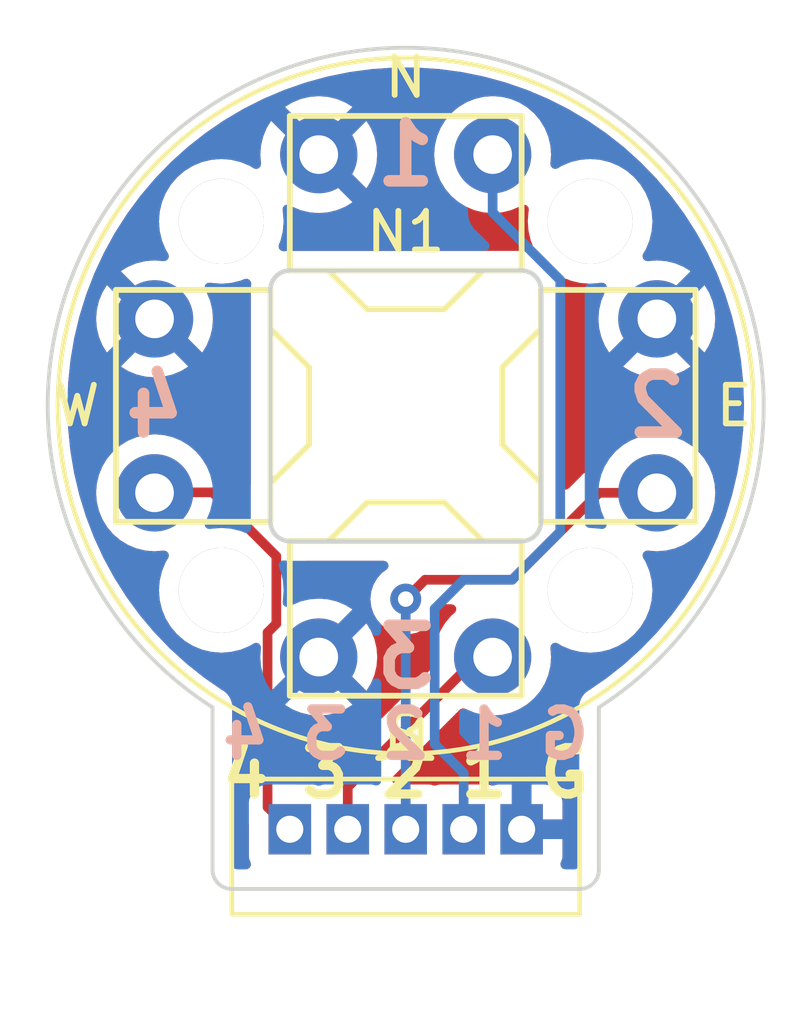
<source format=kicad_pcb>
(kicad_pcb (version 20211014) (generator pcbnew)
  (layers (0 "F.Cu" signal) (31 "B.Cu" signal) (34 "B.Paste" user) (35 "F.Paste" user) (36 "B.SilkS" user "B.Silkscreen") (37 "F.SilkS" user "F.Silkscreen") (38 "B.Mask" user) (39 "F.Mask" user) (44 "Edge.Cuts" user))
  (net 0 "")
  (net 1 "GND")
  (net 2 "/N")
  (net 3 "/E")
  (net 4 "/S")
  (net 5 "/W")
  (footprint "navBoard-MJTP1230:JOYHAT" (layer "F.Cu") (at 0 0)
    (fp_text reference "N1" (at 0 -4.5) (layer "F.SilkS"))
    (fp_text value "JOYHAT")
    (fp_text user "W" (at -8.5 0) (layer "F.SilkS"))
    (fp_text user "E" (at 8.5 0) (layer "F.SilkS"))
    (fp_text user "S" (at 0 8.5) (layer "F.SilkS"))
    (fp_text user "N" (at 0 -8.5) (layer "F.SilkS"))
    (fp_line (start 3 7.5) (end 3 3.5) (layer "F.SilkS") (width 0.15))
    (fp_line (start 2 3.5) (end 1 2.5) (layer "F.SilkS") (width 0.15))
    (fp_line (start -1 -2.5) (end 1 -2.5) (layer "F.SilkS") (width 0.15))
    (fp_line (start 3.5 -2) (end 2.5 -1) (layer "F.SilkS") (width 0.15))
    (fp_line (start -3 -3.5) (end -2 -3.5) (layer "F.SilkS") (width 0.12))
    (fp_line (start -7.5 3) (end -3.5 3) (layer "F.SilkS") (width 0.15))
    (fp_line (start -2 -3.5) (end -1 -2.5) (layer "F.SilkS") (width 0.15))
    (fp_line (start 7.5 3) (end 7.5 -3) (layer "F.SilkS") (width 0.15))
    (fp_line (start -3.5 -3) (end -7.5 -3) (layer "F.SilkS") (width 0.15))
    (fp_line (start -2.5 -1) (end -3.5 -2) (layer "F.SilkS") (width 0.15))
    (fp_line (start -3 -3.5) (end 3 -3.5) (layer "F.SilkS") (width 0.15))
    (fp_line (start 3 3.5) (end -3 3.5) (layer "F.SilkS") (width 0.15))
    (fp_line (start -1 2.5) (end -2 3.5) (layer "F.SilkS") (width 0.15))
    (fp_line (start -3 7.5) (end 3 7.5) (layer "F.SilkS") (width 0.15))
    (fp_line (start 7.5 -3) (end 3.5 -3) (layer "F.SilkS") (width 0.15))
    (fp_line (start -3.5 3) (end -3.5 -3) (layer "F.SilkS") (width 0.15))
    (fp_line (start -3.5 2) (end -2.5 1) (layer "F.SilkS") (width 0.15))
    (fp_line (start 3.5 3) (end 7.5 3) (layer "F.SilkS") (width 0.15))
    (fp_line (start 3.5 -3) (end 3.5 3) (layer "F.SilkS") (width 0.15))
    (fp_line (start -3 -7.5) (end -3 -3.5) (layer "F.SilkS") (width 0.15))
    (fp_line (start 3 3.5) (end 2 3.5) (layer "F.SilkS") (width 0.12))
    (fp_line (start 3 -7.5) (end -3 -7.5) (layer "F.SilkS") (width 0.15))
    (fp_line (start 1 -2.5) (end 2 -3.5) (layer "F.SilkS") (width 0.15))
    (fp_line (start 1 2.5) (end -1 2.5) (layer "F.SilkS") (width 0.15))
    (fp_line (start 3.5 -3) (end 3.5 -2) (layer "F.SilkS") (width 0.12))
    (fp_line (start -7.5 -3) (end -7.5 3) (layer "F.SilkS") (width 0.15))
    (fp_line (start 3 -3.5) (end 3 -7.5) (layer "F.SilkS") (width 0.15))
    (fp_line (start 2.5 1) (end 3.5 2) (layer "F.SilkS") (width 0.15))
    (fp_line (start -3.5 3) (end -3.5 2) (layer "F.SilkS") (width 0.12))
    (fp_line (start -2.5 1) (end -2.5 -1) (layer "F.SilkS") (width 0.15))
    (fp_line (start 2.5 -1) (end 2.5 1) (layer "F.SilkS") (width 0.15))
    (fp_line (start -3 3.5) (end -3 7.5) (layer "F.SilkS") (width 0.15))
    (fp_circle (center 0 0) (end -9 0) (layer "F.SilkS") (width 0.12) (fill none))
    (fp_line (start -3.5 3) (end -3.5 -3) (layer "Edge.Cuts") (width 0.12))
    (fp_line (start 3 3.5) (end -3 3.5) (layer "Edge.Cuts") (width 0.12))
    (fp_line (start 3.5 -3) (end 3.5 3) (layer "Edge.Cuts") (width 0.12))
    (fp_line (start -3 -3.5) (end 3 -3.5) (layer "Edge.Cuts") (width 0.12))
    (fp_arc (start -3.5 -3) (mid -3.353553 -3.353553) (end -3 -3.5) (layer "Edge.Cuts") (width 0.12))
    (fp_arc (start 3.5 3) (mid 3.353553 3.353553) (end 3 3.5) (layer "Edge.Cuts") (width 0.12))
    (fp_arc (start -3 3.5) (mid -3.353553 3.353553) (end -3.5 3) (layer "Edge.Cuts") (width 0.12))
    (fp_arc (start 3 -3.5) (mid 3.353553 -3.353553) (end 3.5 -3) (layer "Edge.Cuts") (width 0.12))
    (pad "0" thru_hole circle locked (at -4.773 -4.773 90) (size 2.2 2.2) (drill 2.2) (layers *.Cu *.Mask))
    (pad "0" thru_hole circle locked (at -4.773 4.773 180) (size 2.2 2.2) (drill 2.2) (layers *.Cu *.Mask))
    (pad "0" thru_hole circle locked (at 4.773 -4.773) (size 2.2 2.2) (drill 2.2) (layers *.Cu *.Mask))
    (pad "0" thru_hole circle locked (at 4.773 4.773 270) (size 2.2 2.2) (drill 2.2) (layers *.Cu *.Mask))
    (pad "1" thru_hole circle locked (at -2.25 -6.5) (size 2 2) (drill 1) (layers *.Cu *.Mask) (net 1 "GND"))
    (pad "1" thru_hole circle locked (at -6.5 -2.25 90) (size 2 2) (drill 1) (layers *.Cu *.Mask) (net 1 "GND"))
    (pad "1" thru_hole circle locked (at -2.25 6.5 180) (size 2 2) (drill 1) (layers *.Cu *.Mask) (net 1 "GND"))
    (pad "1" thru_hole circle locked (at 6.5 -2.25 270) (size 2 2) (drill 1) (layers *.Cu *.Mask) (net 1 "GND"))
    (pad "2" thru_hole circle locked (at 2.25 -6.5) (size 2 2) (drill 1) (layers *.Cu *.Mask) (net 2 "/N"))
    (pad "3" thru_hole circle locked (at 6.5 2.25 270) (size 2 2) (drill 1) (layers *.Cu *.Mask) (net 3 "/E"))
    (pad "4" thru_hole circle locked (at 2.25 6.5 180) (size 2 2) (drill 1) (layers *.Cu *.Mask) (net 4 "/S"))
    (pad "5" thru_hole circle locked (at -6.5 2.25 90) (size 2 2) (drill 1) (layers *.Cu *.Mask) (net 5 "/W"))
  )
  (footprint "AndrewLib-Connectors:JST_ZH_B5B-ZR_1x05_P1.50mm_Vertical" (layer "F.Cu") (at 0 13.155)
    (fp_text reference "J1" (at 0 -4.5 180) (layer "F.SilkS"))
    (fp_text value "Conn_01x05")
    (fp_line (start -4.5 -3.5) (end 4.5 -3.5) (layer "F.SilkS") (width 0.12))
    (fp_line (start 4.5 0) (end -4.5 0) (layer "F.SilkS") (width 0.12))
    (fp_line (start -4.5 0) (end -4.5 -3.5) (layer "F.SilkS") (width 0.12))
    (fp_line (start 4.5 -3.5) (end 4.5 0) (layer "F.SilkS") (width 0.12))
    (pad "1" thru_hole rect (at 3 -2.2 180) (size 1.1 1.3) (drill 0.7) (layers *.Cu *.Mask) (net 1 "GND"))
    (pad "2" thru_hole rect (at 1.5 -2.2 180) (size 1.1 1.3) (drill 0.7) (layers *.Cu *.Mask) (net 2 "/N"))
    (pad "3" thru_hole rect (at 0 -2.2 180) (size 1.1 1.3) (drill 0.7) (layers *.Cu *.Mask) (net 3 "/E"))
    (pad "4" thru_hole rect (at -1.5 -2.2 180) (size 1.1 1.3) (drill 0.7) (layers *.Cu *.Mask) (net 4 "/S"))
    (pad "5" thru_hole rect (at -3 -2.2 180) (size 1.1 1.3) (drill 0.7) (layers *.Cu *.Mask) (net 5 "/W"))
  )
  (gr_arc (start -5 7.8) (mid 0 -9.264988) (end 5 7.8) (layer "Edge.Cuts") (width 0.1))
  (gr_line (start -4.5 12.5) (end 4.5 12.5) (layer "Edge.Cuts") (width 0.1))
  (gr_arc (start 5 12) (mid 4.853553 12.353553) (end 4.5 12.5) (layer "Edge.Cuts") (width 0.1))
  (gr_line (start 5 12) (end 5 7.8) (layer "Edge.Cuts") (width 0.1))
  (gr_line (start -5 7.8) (end -5 12) (layer "Edge.Cuts") (width 0.1))
  (gr_arc (start -4.5 12.5) (mid -4.853553 12.353553) (end -5 12) (layer "Edge.Cuts") (width 0.1))
  (gr_text "1" (at 0 -6.5) (layer "B.SilkS") (effects (font (size 1.5 1.5) (thickness 0.3)) (justify mirror)))
  (gr_text "2" (at 6.5 0) (layer "B.SilkS") (effects (font (size 1.5 1.5) (thickness 0.3)) (justify mirror)))
  (gr_text "3" (at 0 6.5) (layer "B.SilkS") (effects (font (size 1.5 1.5) (thickness 0.3)) (justify mirror)))
  (gr_text "G 1 2 3 4" (at 0 8.5) (layer "B.SilkS") (effects (font (size 1.2 1.2) (thickness 0.24)) (justify mirror)))
  (gr_text "4" (at -6.5 0) (layer "B.SilkS") (effects (font (size 1.5 1.5) (thickness 0.3)) (justify mirror)))
  (gr_text "4 3 2 1 G" (at 0 9.5) (layer "F.SilkS") (effects (font (size 1.2 1.2) (thickness 0.24))))
  (segment (start 1.5 9.5) (end 1.5 10.955) (width 0.25) (layer "B.Cu") (net 2))
  (segment (start 0.75 8.75) (end 1.5 9.5) (width 0.25) (layer "B.Cu") (net 2))
  (segment (start 4 3.253808) (end 2.753808 4.5) (width 0.25) (layer "B.Cu") (net 2))
  (segment (start 2.753808 4.5) (end 1.5 4.5) (width 0.25) (layer "B.Cu") (net 2))
  (segment (start 2.25 -6.5) (end 2.25 -5.003808) (width 0.25) (layer "B.Cu") (net 2))
  (segment (start 0.75 5.25) (end 0.75 8.75) (width 0.25) (layer "B.Cu") (net 2))
  (segment (start 2.25 -5.003808) (end 4 -3.253808) (width 0.25) (layer "B.Cu") (net 2))
  (segment (start 4 -3.253808) (end 4 3.253808) (width 0.25) (layer "B.Cu") (net 2))
  (segment (start 1.5 4.5) (end 0.75 5.25) (width 0.25) (layer "B.Cu") (net 2))
  (segment (start 6.5 2.25) (end 5.003808 2.25) (width 0.25) (layer "F.Cu") (net 3))
  (segment (start 0.5 4.5) (end 0 5) (width 0.25) (layer "F.Cu") (net 3))
  (segment (start 5.003808 2.25) (end 2.753808 4.5) (width 0.25) (layer "F.Cu") (net 3))
  (segment (start 2.753808 4.5) (end 0.5 4.5) (width 0.25) (layer "F.Cu") (net 3))
  (via (at 0 5) (size 0.8) (drill 0.4) (layers "F.Cu" "B.Cu") (net 3))
  (segment (start 0 5) (end 0 10.955) (width 0.25) (layer "B.Cu") (net 3))
  (segment (start -1.5 9.86359) (end 1.86359 6.5) (width 0.25) (layer "F.Cu") (net 4))
  (segment (start 1.86359 6.5) (end 2.25 6.5) (width 0.25) (layer "F.Cu") (net 4))
  (segment (start -1.5 9.86359) (end -1.5 10.955) (width 0.25) (layer "F.Cu") (net 4))
  (segment (start -3.347999 5.636997) (end -3.575001 5.863999) (width 0.25) (layer "F.Cu") (net 5))
  (segment (start -6.488503 2.238503) (end -6.5 2.25) (width 0.25) (layer "F.Cu") (net 5))
  (segment (start -5 2.238503) (end -6.488503 2.238503) (width 0.25) (layer "F.Cu") (net 5))
  (segment (start -3.575001 5.863999) (end -3.575001 10.379999) (width 0.25) (layer "F.Cu") (net 5))
  (segment (start -3.347999 3.890504) (end -3.347999 5.636997) (width 0.25) (layer "F.Cu") (net 5))
  (segment (start -3.575001 10.379999) (end -3 10.955) (width 0.25) (layer "F.Cu") (net 5))
  (segment (start -5 2.238503) (end -3.347999 3.890504) (width 0.25) (layer "F.Cu") (net 5))
  (zone (net 1) (net_name "GND") (layer "F.Cu") (connect_pads (clearance 0.508)) (min_thickness 0.254) (fill yes (thermal_gap 0.508) (thermal_bridge_width 0.508))
    (polygon (pts (xy 10 16) (xy -10 16) (xy -10 -10) (xy 10 -10)))
  )
  (zone (net 1) (net_name "GND") (layer "B.Cu") (connect_pads (clearance 0.508)) (min_thickness 0.254) (fill yes (thermal_gap 0.508) (thermal_bridge_width 0.508))
    (polygon (pts (xy 9.5 15.5) (xy -10.5 15.5) (xy -10.5 -10.5) (xy 9.5 -10.5)))
  )
)
</source>
